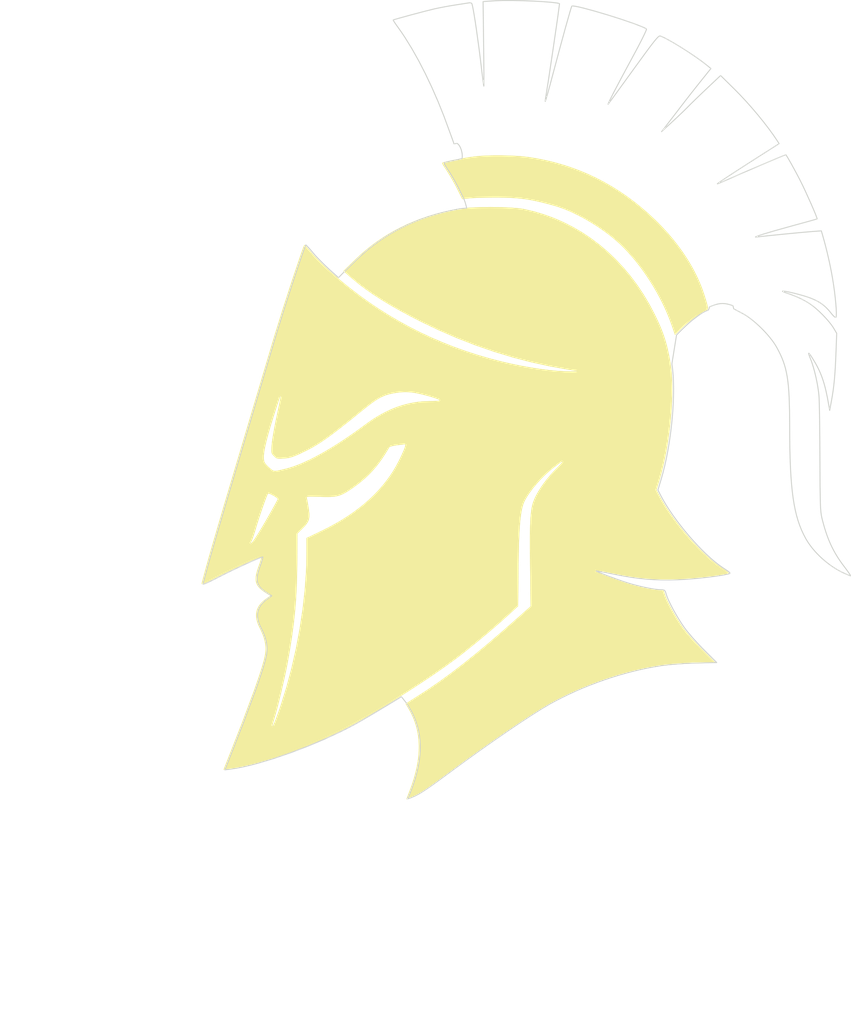
<source format=kicad_pcb>
(kicad_pcb (version 20241229) (generator "pcbnew") (generator_version "9.0")
  (layers (0 "F.Cu" signal) (2 "B.Cu" signal) (13 "F.Paste" user) (15 "B.Paste" user) (5 "F.SilkS" user "F.Silkscreen") (7 "B.SilkS" user "B.Silkscreen") (1 "F.Mask" user) (3 "B.Mask" user) (25 "Edge.Cuts" user))
  (net 0 "")
  (footprint "Spartanpods:Untitled" (layer "F.Cu") (at 99.568 148.3868)
    (property "Reference" "REF**" (hide yes))
    (property "Value" "Untitled" (hide yes))
    (fp_poly (pts (xy 49.366004 -99.962237) (xy 50.421621 -99.939788) (xy 51.490959 -99.898941) (xy 52.488352 -99.843681) (xy 53.32813 -99.777991) (xy 53.924625 -99.705855) (xy 54.104871 -99.668614) (xy 54.192169 -99.631257) (xy 53.999792 -98.184022) (xy 53.533772 -94.984635) (xy 53.036378 -91.670967) (xy 52.749878 -89.88089) (xy 52.737294 -89.816165) (xy 52.727709 -89.757935) (xy 52.721175 -89.707323) (xy 52.717747 -89.665448) (xy 52.717215 -89.648137) (xy 52.717479 -89.63343) (xy 52.718547 -89.621468) (xy 52.720425 -89.61239) (xy 52.723121 -89.606338) (xy 52.724777 -89.604489) (xy 52.72664 -89.603449) (xy 52.72871 -89.603236) (xy 52.730989 -89.603866) (xy 52.736176 -89.607727) (xy 52.745472 -89.627455) (xy 52.761846 -89.674437) (xy 52.814236 -89.844448) (xy 52.986458 -90.448655) (xy 53.227402 -91.328916) (xy 53.511627 -92.393799) (xy 54.187699 -94.923322) (xy 54.797508 -97.149807) (xy 55.250042 -98.745764) (xy 55.388888 -99.204952) (xy 55.454285 -99.383698) (xy 55.494956 -99.398365) (xy 55.572493 -99.399982) (xy 55.828552 -99.367012) (xy 56.203244 -99.290678) (xy 56.677349 -99.176872) (xy 57.846917 -98.860406) (xy 59.183499 -98.464741) (xy 60.533337 -98.037006) (xy 61.742675 -97.624328) (xy 62.657754 -97.273834) (xy 62.956897 -97.136635) (xy 63.124817 -97.032654) (xy 63.127719 -97.025014) (xy 63.126919 -97.010724) (xy 63.114553 -96.962879) (xy 63.088398 -96.890501) (xy 63.049132 -96.794965) (xy 62.933977 -96.53994) (xy 62.774513 -96.208832) (xy 62.576166 -95.812671) (xy 62.344359 -95.362483) (xy 62.084516 -94.869299) (xy 61.802063 -94.344147) (xy 60.611636 -92.136074) (xy 59.749306 -90.501809) (xy 59.264299 -89.536324) (xy 59.178675 -89.334054) (xy 59.177774 -89.308231) (xy 59.205841 -89.334595) (xy 59.469255 -89.689018) (xy 60.055947 -90.492505) (xy 61.851837 -92.969574) (xy 63.123508 -94.715318) (xy 63.567598 -95.309269) (xy 63.905983 -95.744893) (xy 64.155256 -96.042902) (xy 64.25166 -96.146775) (xy 64.33201 -96.224012) (xy 64.398377 -96.277203) (xy 64.452837 -96.308937) (xy 64.497464 -96.321803) (xy 64.534333 -96.31839) (xy 64.697067 -96.25693) (xy 64.902561 -96.163372) (xy 65.145481 -96.04105) (xy 65.420497 -95.893295) (xy 66.045486 -95.534823) (xy 66.734871 -95.114621) (xy 67.445997 -94.659352) (xy 68.136209 -94.195682) (xy 68.76285 -93.750274) (xy 69.039001 -93.542751) (xy 69.283264 -93.349793) (xy 69.743836 -92.974549) (xy 68.678101 -91.64621) (xy 68.191901 -91.035606) (xy 67.655911 -90.35503) (xy 67.135204 -89.687507) (xy 66.694855 -89.116059) (xy 65.885048 -88.058644) (xy 65.226532 -87.204041) (xy 64.675751 -86.493866) (xy 65.76593 -87.495606) (xy 66.232322 -87.929076) (xy 66.696327 -88.368786) (xy 67.104245 -88.763355) (xy 67.402374 -89.061402) (xy 67.540593 -89.201592) (xy 67.724605 -89.384339) (xy 68.198147 -89.846646) (xy 68.759276 -90.386606) (xy 69.344269 -90.942505) (xy 70.739868 -92.259522) (xy 72.114777 -90.906281) (xy 72.72015 -90.291995) (xy 73.33676 -89.631587) (xy 73.951995 -88.940234) (xy 74.553242 -88.233109) (xy 75.127888 -87.525389) (xy 75.663322 -86.83225) (xy 76.146931 -86.168867) (xy 76.566101 -85.550415) (xy 76.752564 -85.262543) (xy 74.699677 -83.954651) (xy 72.911325 -82.809671) (xy 71.559891 -81.932583) (xy 70.705177 -81.362603) (xy 70.482777 -81.205034) (xy 70.406983 -81.138947) (xy 70.407947 -81.137354) (xy 70.410809 -81.13665) (xy 70.422035 -81.137829) (xy 70.440284 -81.142334) (xy 70.465176 -81.150011) (xy 70.496335 -81.16071) (xy 70.533381 -81.17428) (xy 70.623623 -81.209423) (xy 70.732878 -81.25423) (xy 70.858122 -81.307488) (xy 70.996327 -81.367985) (xy 71.14447 -81.43451) (xy 72.737744 -82.136684) (xy 74.831902 -83.037041) (xy 76.658577 -83.808046) (xy 77.231494 -84.042686) (xy 77.449402 -84.122162) (xy 77.547639 -83.971344) (xy 77.688148 -83.737334) (xy 77.861614 -83.436855) (xy 78.058724 -83.086628) (xy 78.270165 -82.703375) (xy 78.486623 -82.303818) (xy 78.698786 -81.904677) (xy 78.897339 -81.522675) (xy 79.152853 -81.007441) (xy 79.441398 -80.398517) (xy 80.03093 -79.096466) (xy 80.288591 -78.501772) (xy 80.492631 -78.010251) (xy 80.621388 -77.671122) (xy 80.650766 -77.574084) (xy 80.653198 -77.5336) (xy 80.596854 -77.514759) (xy 80.447304 -77.470866) (xy 79.909413 -77.319294) (xy 79.121176 -77.101627) (xy 78.164246 -76.840607) (xy 76.369788 -76.341575) (xy 75.074513 -75.956837) (xy 74.65063 -75.818785) (xy 74.395416 -75.723053) (xy 74.33563 -75.692489) (xy 74.323496 -75.674224) (xy 74.360841 -75.66883) (xy 74.449494 -75.67688) (xy 75.53423 -75.798278) (xy 77.212258 -75.969014) (xy 78.91941 -76.133255) (xy 80.091522 -76.235169) (xy 81.090119 -76.307862) (xy 81.259155 -75.719513) (xy 81.408661 -75.183996) (xy 81.552622 -74.637863) (xy 81.690307 -74.084326) (xy 81.820988 -73.526593) (xy 81.943934 -72.967874) (xy 82.058415 -72.41138) (xy 82.163702 -71.860319) (xy 82.259064 -71.317902) (xy 82.359215 -70.67788) (xy 82.447135 -70.031772) (xy 82.520639 -69.40478) (xy 82.577542 -68.822106) (xy 82.615657 -68.308952) (xy 82.632801 -67.89052) (xy 82.626786 -67.592012) (xy 82.614412 -67.495605) (xy 82.595429 -67.43863) (xy 82.59073 -67.432413) (xy 82.585176 -67.427557) (xy 82.578783 -67.424047) (xy 82.571567 -67.421871) (xy 82.563545 -67.421015) (xy 82.554732 -67.421465) (xy 82.545146 -67.423207) (xy 82.534801 -67.42623) (xy 82.523714 -67.430519) (xy 82.511902 -67.43606) (xy 82.49938 -67.442841) (xy 82.486165 -67.450848) (xy 82.472273 -67.460067) (xy 82.45772 -67.470485) (xy 82.442523 -67.482089) (xy 82.426697 -67.494866) (xy 82.393225 -67.523882) (xy 82.357433 -67.557426) (xy 82.319451 -67.595392) (xy 82.279409 -67.637671) (xy 82.237436 -67.684156) (xy 82.193661 -67.734741) (xy 82.148215 -67.789318) (xy 82.101227 -67.847779) (xy 81.984543 -67.991965) (xy 81.869183 -68.12735) (xy 81.754386 -68.25449) (xy 81.639391 -68.373942) (xy 81.523437 -68.486264) (xy 81.405762 -68.592012) (xy 81.285607 -68.691745) (xy 81.162209 -68.786019) (xy 81.034808 -68.875391) (xy 80.902642 -68.960419) (xy 80.764951 -69.041659) (xy 80.620974 -69.119669) (xy 80.469949 -69.195007) (xy 80.311116 -69.268228) (xy 80.143713 -69.339892) (xy 79.96698 -69.410553) (xy 79.616558 -69.53391) (xy 79.192254 -69.664576) (xy 78.72982 -69.793809) (xy 78.265007 -69.912865) (xy 77.833568 -70.013001) (xy 77.471256 -70.085474) (xy 77.327194 -70.108605) (xy 77.213821 -70.121541) (xy 77.135605 -70.12319) (xy 77.111078 -70.119439) (xy 77.097016 -70.112458) (xy 77.095753 -70.110187) (xy 77.096009 -70.107454) (xy 77.09775 -70.104273) (xy 77.10094 -70.100658) (xy 77.105546 -70.096625) (xy 77.111533 -70.092188) (xy 77.127508 -70.082161) (xy 77.14859 -70.070694) (xy 77.174501 -70.057906) (xy 77.204964 -70.043914) (xy 77.2397 -70.028836) (xy 77.278434 -70.012788) (xy 77.320887 -69.99589) (xy 77.366782 -69.978258) (xy 77.415842 -69.96001) (xy 77.46779 -69.941263) (xy 77.522347 -69.922136) (xy 77.579238 -69.902745) (xy 77.638184 -69.88321) (xy 78.014129 -69.753044) (xy 78.378164 -69.612292) (xy 78.728612 -69.461793) (xy 79.063793 -69.302388) (xy 79.382031 -69.134915) (xy 79.534271 -69.048417) (xy 79.681645 -68.960216) (xy 79.823944 -68.87042) (xy 79.960959 -68.779131) (xy 80.092478 -68.686456) (xy 80.218292 -68.592499) (xy 80.369314 -68.472847) (xy 80.523717 -68.343937) (xy 80.680321 -68.207031) (xy 80.837949 -68.063392) (xy 80.995422 -67.914283) (xy 81.151563 -67.760969) (xy 81.305194 -67.604711) (xy 81.455136 -67.446774) (xy 81.60021 -67.28842) (xy 81.73924 -67.130913) (xy 81.871046 -66.975515) (xy 81.994451 -66.82349) (xy 82.108277 -66.676101) (xy 82.211344 -66.534612) (xy 82.302476 -66.400285) (xy 82.380493 -66.274384) (xy 82.668671 -65.782654) (xy 82.593659 -63.792206) (xy 82.559663 -62.981554) (xy 82.521328 -62.253123) (xy 82.47738 -61.593387) (xy 82.426544 -60.988823) (xy 82.36755 -60.425908) (xy 82.299122 -59.891116) (xy 82.219989 -59.370923) (xy 82.128876 -58.851807) (xy 81.945557 -57.8685) (xy 81.852661 -58.414795) (xy 81.714959 -59.172326) (xy 81.571854 -59.848289) (xy 81.496866 -60.159932) (xy 81.418834 -60.456284) (xy 81.337195 -60.739043) (xy 81.251385 -61.009911) (xy 81.16084 -61.270587) (xy 81.064995 -61.522772) (xy 80.963286 -61.768165) (xy 80.85515 -62.008466) (xy 80.740022 -62.245376) (xy 80.617338 -62.480595) (xy 80.486534 -62.715823) (xy 80.347046 -62.952759) (xy 80.147378 -63.277202) (xy 80.06413 -63.407413) (xy 79.991909 -63.516303) (xy 79.930689 -63.603886) (xy 79.880447 -63.670174) (xy 79.84116 -63.715182) (xy 79.825616 -63.72971) (xy 79.812802 -63.738923) (xy 79.802714 -63.742822) (xy 79.795349 -63.74141) (xy 79.790706 -63.734689) (xy 79.788779 -63.722659) (xy 79.789567 -63.705322) (xy 79.793067 -63.682681) (xy 79.808188 -63.621492) (xy 79.834119 -63.539104) (xy 79.870837 -63.435531) (xy 79.918315 -63.310788) (xy 79.976532 -63.164887) (xy 80.050086 -62.975179) (xy 80.123086 -62.770015) (xy 80.265723 -62.320811) (xy 80.401039 -61.832265) (xy 80.525631 -61.319367) (xy 80.636094 -60.797108) (xy 80.729023 -60.280478) (xy 80.801014 -59.784467) (xy 80.828094 -59.548879) (xy 80.848664 -59.324067) (xy 80.865039 -59.010191) (xy 80.880902 -58.506146) (xy 80.909527 -57.03209) (xy 80.931417 -55.110981) (xy 80.943451 -52.951905) (xy 80.957619 -50.129404) (xy 80.988362 -48.399498) (xy 81.013511 -47.836146) (xy 81.047079 -47.416194) (xy 81.090491 -47.096394) (xy 81.145172 -46.833497) (xy 81.243276 -46.445999) (xy 81.344526 -46.074608) (xy 81.449473 -45.718116) (xy 81.55867 -45.375314) (xy 81.672667 -45.044993) (xy 81.792017 -44.725945) (xy 81.917269 -44.416961) (xy 82.048977 -44.116833) (xy 82.187691 -43.824352) (xy 82.333963 -43.53831) (xy 82.488344 -43.257498) (xy 82.651385 -42.980707) (xy 82.823638 -42.706729) (xy 83.005655 -42.434356) (xy 83.197987 -42.162378) (xy 83.401184 -41.889588) (xy 83.554463 -41.686709) (xy 83.694242 -41.497699) (xy 83.817693 -41.326673) (xy 83.921986 -41.177742) (xy 84.00429 -41.055022) (xy 84.061776 -40.962625) (xy 84.080328 -40.929083) (xy 84.091614 -40.904665) (xy 84.09528 -40.889884) (xy 84.094145 -40.886268) (xy 84.090973 -40.885254) (xy 84.079647 -40.887193) (xy 84.062698 -40.891792) (xy 84.013291 -40.908411) (xy 83.945482 -40.933981) (xy 83.862 -40.967373) (xy 83.765575 -41.007459) (xy 83.658936 -41.053109) (xy 83.544812 -41.103194) (xy 83.425934 -41.156586) (xy 83.130304 -41.299067) (xy 82.836021 -41.456995) (xy 82.544199 -41.629362) (xy 82.255951 -41.815161) (xy 81.97239 -42.013384) (xy 81.694631 -42.223024) (xy 81.423786 -42.443075) (xy 81.160969 -42.672528) (xy 80.907293 -42.910376) (xy 80.663872 -43.155612) (xy 80.43182 -43.407229) (xy 80.212249 -43.66422) (xy 80.006272 -43.925576) (xy 79.815005 -44.190292) (xy 79.639559 -44.457358) (xy 79.481049 -44.725769) (xy 79.256961 -45.15265) (xy 79.052176 -45.596218) (xy 78.866023 -46.061144) (xy 78.697829 -46.552102) (xy 78.546925 -47.073766) (xy 78.412638 -47.630807) (xy 78.294297 -48.227898) (xy 78.191231 -48.869713) (xy 78.102768 -49.560924) (xy 78.028237 -50.306205) (xy 77.966967 -51.110227) (xy 77.918287 -51.977664) (xy 77.881524 -52.913189) (xy 77.856007 -53.921475) (xy 77.841066 -55.007194) (xy 77.836029 -56.175019) (xy 77.823789 -57.828713) (xy 77.782627 -59.207475) (xy 77.748765 -59.808616) (xy 77.704752 -60.358856) (xy 77.649612 -60.864138) (xy 77.582371 -61.330407) (xy 77.502056 -61.763605) (xy 77.407692 -62.169678) (xy 77.298306 -62.554568) (xy 77.172923 -62.924221) (xy 77.030569 -63.284578) (xy 76.870271 -63.641586) (xy 76.691054 -64.001186) (xy 76.491944 -64.369324) (xy 76.353875 -64.60063) (xy 76.194344 -64.840378) (xy 76.015614 -65.086339) (xy 75.819946 -65.336284) (xy 75.609604 -65.587983) (xy 75.38685 -65.839209) (xy 75.153948 -66.08773) (xy 74.913159 -66.331318) (xy 74.666746 -66.567745) (xy 74.416972 -66.794779) (xy 74.1661 -67.010193) (xy 73.916392 -67.211758) (xy 73.670111 -67.397243) (xy 73.42952 -67.564419) (xy 73.196881 -67.711059) (xy 72.974457 -67.834931) (xy 72.094544 -68.300538) (xy 72.006836 -68.619568) (xy 71.830644 -68.683743) (xy 71.662601 -68.736935) (xy 71.501675 -68.779431) (xy 71.346833 -68.811521) (xy 71.197041 -68.833493) (xy 71.051268 -68.845637) (xy 70.908481 -68.84824) (xy 70.767647 -68.841591) (xy 70.627734 -68.82598) (xy 70.487708 -68.801694) (xy 70.346538 -68.769023) (xy 70.20319 -68.728256) (xy 70.056632 -68.67968) (xy 69.905832 -68.623585) (xy 69.749756 -68.560259) (xy 69.587372 -68.489991) (xy 69.586127 -68.47842) (xy 69.581703 -68.447273) (xy 69.577976 -68.42603) (xy 69.573067 -68.401899) (xy 69.566846 -68.37555) (xy 69.559185 -68.347649) (xy 69.549955 -68.318867) (xy 69.539025 -68.289871) (xy 69.526268 -68.261331) (xy 69.519163 -68.247441) (xy 69.511553 -68.233915) (xy 69.503422 -68.220837) (xy 69.494753 -68.208291) (xy 69.48553 -68.196361) (xy 69.475737 -68.18513) (xy 69.465358 -68.174681) (xy 69.454376 -68.165098) (xy 69.442777 -68.156465) (xy 69.430542 -68.148865) (xy 69.332918 -68.115783) (xy 69.237102 -68.078064) (xy 69.14297 -68.036093) (xy 69.050402 -67.990251) (xy 68.959276 -67.940925) (xy 68.869469 -67.888496) (xy 68.780859 -67.833349) (xy 68.693325 -67.775868) (xy 68.520997 -67.655436) (xy 68.351509 -67.530271) (xy 68.017151 -67.278016) (xy 67.934894 -67.215834) (xy 67.853689 -67.152325) (xy 67.694111 -67.021757) (xy 67.53777 -66.887161) (xy 67.384022 -66.74939) (xy 67.232221 -66.609296) (xy 67.081721 -66.467731) (xy 66.782044 -66.183594) (xy 66.701632 -66.106265) (xy 66.611021 -66.016887) (xy 66.424992 -65.829552) (xy 66.214264 -65.613526) (xy 65.736328 -62.656403) (xy 65.812501 -62.080955) (xy 65.866711 -61.454391) (xy 65.899508 -60.782896) (xy 65.911438 -60.072652) (xy 65.903048 -59.329845) (xy 65.874888 -58.560658) (xy 65.827502 -57.771275) (xy 65.761441 -56.967881) (xy 65.677249 -56.156658) (xy 65.575477 -55.343792) (xy 65.456669 -54.535466) (xy 65.321376 -53.737865) (xy 65.170142 -52.957172) (xy 65.003517 -52.199571) (xy 64.822048 -51.471246) (xy 64.626282 -50.778382) (xy 64.30072 -49.697449) (xy 64.558289 -49.194153) (xy 64.824156 -48.702008) (xy 65.126216 -48.191829) (xy 65.460515 -47.668233) (xy 65.823101 -47.135834) (xy 66.210021 -46.599247) (xy 66.617322 -46.063089) (xy 67.041053 -45.531974) (xy 67.477261 -45.010518) (xy 67.921992 -44.503335) (xy 68.371295 -44.015042) (xy 68.821217 -43.550254) (xy 69.267806 -43.113585) (xy 69.707108 -42.709652) (xy 70.135172 -42.34307) (xy 70.548044 -42.018453) (xy 70.941773 -41.740418) (xy 71.224519 -41.55244) (xy 71.435226 -41.408266) (xy 71.515471 -41.350444) (xy 71.579996 -41.300978) (xy 71.629562 -41.259005) (xy 71.664932 -41.22366) (xy 71.677533 -41.208203) (xy 71.686871 -41.194078) (xy 71.693041 -41.181178) (xy 71.696139 -41.169394) (xy 71.696261 -41.158619) (xy 71.693501 -41.148745) (xy 71.687955 -41.139663) (xy 71.679719 -41.131265) (xy 71.655556 -41.116089) (xy 71.621776 -41.102354) (xy 71.57914 -41.089194) (xy 71.528412 -41.075745) (xy 71.113289 -40.987047) (xy 70.56312 -40.8948) (xy 69.911541 -40.802836) (xy 69.192188 -40.714985) (xy 68.4387 -40.635078) (xy 67.684712 -40.566945) (xy 66.963861 -40.514417) (xy 66.309784 -40.481324) (xy 65.469622 -40.461179) (xy 64.668448 -40.464297) (xy 63.891464 -40.491966) (xy 63.123871 -40.545475) (xy 62.350871 -40.626114) (xy 61.557665 -40.735172) (xy 60.729454 -40.873938) (xy 59.851441 -41.043702) (xy 59.13675 -41.186558) (xy 58.546231 -41.298287) (xy 58.141191 -41.36773) (xy 58.027386 -41.383107) (xy 57.982941 -41.383728) (xy 57.984613 -41.375196) (xy 58.000997 -41.361677) (xy 58.074817 -41.320833) (xy 58.365031 -41.191995) (xy 58.804155 -41.015683) (xy 59.342758 -40.810364) (xy 59.931413 -40.594505) (xy 60.520688 -40.386573) (xy 61.061156 -40.205036) (xy 61.503388 -40.06836) (xy 61.958242 -39.943411) (xy 62.416449 -39.827981) (xy 62.866803 -39.724272) (xy 63.2981 -39.634484) (xy 63.699134 -39.560817) (xy 64.0587 -39.505474) (xy 64.365595 -39.470653) (xy 64.608612 -39.458558) (xy 64.677322 -39.458173) (xy 64.738283 -39.456638) (xy 64.79217 -39.453381) (xy 64.839654 -39.447831) (xy 64.861205 -39.444017) (xy 64.881408 -39.439415) (xy 64.900346 -39.433954) (xy 64.918104 -39.427562) (xy 64.934765 -39.420168) (xy 64.950414 -39.4117) (xy 64.965135 -39.402088) (xy 64.979012 -39.391259) (xy 64.992128 -39.379141) (xy 65.004569 -39.365665) (xy 65.016417 -39.350757) (xy 65.027757 -39.334347) (xy 65.038674 -39.316364) (xy 65.049251 -39.296735) (xy 65.059571 -39.275389) (xy 65.06972 -39.252255) (xy 65.089839 -39.200336) (xy 65.11028 -39.140408) (xy 65.131715 -39.071897) (xy 65.154816 -38.994233) (xy 65.201957 -38.849774) (xy 65.264157 -38.685429) (xy 65.340191 -38.503448) (xy 65.428829 -38.30608) (xy 65.639015 -37.874191) (xy 65.884896 -37.407769) (xy 66.156654 -36.924818) (xy 66.444473 -36.443345) (xy 66.738535 -35.981355) (xy 66.884839 -35.763293) (xy 67.029022 -35.556855) (xy 67.193864 -35.336979) (xy 67.400073 -35.079675) (xy 67.639389 -34.794306) (xy 67.903549 -34.490235) (xy 68.184292 -34.176825) (xy 68.473355 -33.863441) (xy 68.762477 -33.559445) (xy 69.043396 -33.274201) (xy 70.345062 -31.980347) (xy 68.176911 -31.943329) (xy 67.705527 -31.925531) (xy 67.217496 -31.900891) (xy 66.239109 -31.834835) (xy 65.772564 -31.795294) (xy 65.336992 -31.752661) (xy 64.944297 -31.707872) (xy 64.606385 -31.661866) (xy 63.889574 -31.543918) (xy 63.163887 -31.405496) (xy 62.431195 -31.247248) (xy 61.693369 -31.069823) (xy 60.95228 -30.87387) (xy 60.2098 -30.660036) (xy 59.467801 -30.428972) (xy 58.728153 -30.181324) (xy 57.992729 -29.917743) (xy 57.263399 -29.638876) (xy 56.542036 -29.345372) (xy 55.83051 -29.03788) (xy 55.130693 -28.717048) (xy 54.444456 -28.383525) (xy 53.773671 -28.03796) (xy 53.120209 -27.681) (xy 52.293758 -27.191652) (xy 51.266538 -26.543564) (xy 50.074896 -25.761573) (xy 48.755181 -24.870518) (xy 47.343737 -23.895236) (xy 45.876914 -22.860564) (xy 44.391058 -21.791341) (xy 42.922516 -20.712403) (xy 41.628728 -19.7609) (xy 41.116069 -19.39295) (xy 40.679066 -19.087357) (xy 40.307341 -18.836987) (xy 39.990518 -18.634708) (xy 39.718221 -18.473385) (xy 39.480072 -18.345887) (xy 39.310006 -18.263346) (xy 39.143725 -18.188125) (xy 38.987101 -18.122229) (xy 38.846005 -18.067662) (xy 38.726307 -18.026429) (xy 38.676318 -18.011439) (xy 38.63388 -18.000534) (xy 38.599728 -17.993965) (xy 38.574595 -17.991982) (xy 38.559215 -17.994836) (xy 38.555411 -17.998155) (xy 38.554322 -18.002778) (xy 38.584001 -18.049382) (xy 38.611125 -18.09345) (xy 38.636081 -18.135698) (xy 38.65926 -18.176841) (xy 38.681048 -18.217595) (xy 38.701837 -18.258674) (xy 38.722015 -18.300795) (xy 38.74197 -18.344674) (xy 38.782771 -18.440564) (xy 38.827353 -18.552068) (xy 38.940308 -18.844819) (xy 39.166908 -19.466311) (xy 39.362333 -20.073129) (xy 39.526578 -20.665646) (xy 39.659639 -21.24424) (xy 39.761508 -21.809285) (xy 39.832182 -22.361156) (xy 39.871655 -22.900231) (xy 39.879921 -23.426884) (xy 39.856976 -23.941491) (xy 39.802814 -24.444428) (xy 39.71743 -24.93607) (xy 39.600818 -25.416793) (xy 39.452973 -25.886972) (xy 39.273891 -26.346984) (xy 39.063565 -26.797204) (xy 38.821991 -27.238007) (xy 38.519379 -27.75113) (xy 37.949036 -28.475678) (xy 36.132183 -27.374012) (xy 34.587129 -26.453528) (xy 33.867199 -26.034048) (xy 33.263001 -25.692475) (xy 32.514866 -25.292991) (xy 31.727377 -24.896491) (xy 30.061624 -24.122305) (xy 28.320306 -23.38964) (xy 26.557991 -22.71822) (xy 24.829244 -22.127769) (xy 23.188632 -21.638009) (xy 22.418428 -21.437052) (xy 21.690721 -21.268665) (xy 21.01233 -21.135312) (xy 20.390076 -21.03946) (xy 19.812317 -20.964966) (xy 20.046814 -21.553193) (xy 21.718663 -25.815559) (xy 22.945252 -29.100026) (xy 23.393846 -30.381872) (xy 23.733852 -31.426833) (xy 23.966179 -32.23744) (xy 24.091736 -32.816224) (xy 24.113925 -32.979994) (xy 24.128919 -33.142161) (xy 24.136602 -33.303271) (xy 24.136861 -33.463869) (xy 24.129581 -33.624502) (xy 24.114648 -33.785716) (xy 24.091948 -33.948057) (xy 24.061367 -34.112072) (xy 24.022791 -34.278307) (xy 23.976105 -34.447308) (xy 23.921194 -34.619621) (xy 23.857946 -34.795793) (xy 23.786245 -34.976369) (xy 23.705978 -35.161896) (xy 23.61703 -35.35292) (xy 23.519287 -35.549988) (xy 23.409706 -35.781304) (xy 23.320305 -36.006249) (xy 23.251105 -36.224911) (xy 23.224086 -36.331913) (xy 23.202125 -36.437377) (xy 23.185224 -36.541314) (xy 23.173386 -36.643735) (xy 23.166612 -36.744651) (xy 23.164906 -36.844071) (xy 23.16827 -36.942009) (xy 23.176706 -37.038473) (xy 23.190217 -37.133476) (xy 23.208805 -37.227028) (xy 23.232474 -37.31914) (xy 23.261224 -37.409823) (xy 23.295059 -37.499088) (xy 23.333982 -37.586945) (xy 23.377995 -37.673406) (xy 23.427099 -37.758482) (xy 23.481298 -37.842183) (xy 23.540595 -37.92452) (xy 23.604991 -38.005504) (xy 23.674489 -38.085147) (xy 23.749092 -38.163458) (xy 23.828802 -38.24045) (xy 24.003552 -38.390515) (xy 24.198761 -38.535431) (xy 24.626038 -38.831543) (xy 24.160523 -39.12677) (xy 23.959389 -39.259825) (xy 23.867381 -39.325309) (xy 23.781004 -39.390373) (xy 23.700204 -39.455223) (xy 23.624926 -39.520064) (xy 23.555115 -39.585103) (xy 23.490716 -39.650546) (xy 23.431673 -39.716599) (xy 23.377931 -39.783468) (xy 23.329436 -39.851359) (xy 23.286133 -39.920478) (xy 23.247965 -39.991032) (xy 23.214879 -40.063226) (xy 23.18682 -40.137267) (xy 23.163731 -40.21336) (xy 23.145558 -40.291712) (xy 23.132246 -40.372529) (xy 23.123741 -40.456016) (xy 23.119986 -40.542381) (xy 23.120926 -40.631829) (xy 23.126508 -40.724565) (xy 23.136675 -40.820797) (xy 23.151373 -40.92073) (xy 23.170546 -41.024571) (xy 23.194139 -41.132525) (xy 23.222098 -41.244799) (xy 23.254368 -41.361598) (xy 23.331617 -41.609598) (xy 23.425446 -41.878174) (xy 23.490198 -42.059128) (xy 23.548782 -42.229767) (xy 23.600047 -42.386228) (xy 23.642842 -42.524643) (xy 23.676013 -42.641149) (xy 23.698409 -42.731881) (xy 23.708878 -42.792972) (xy 23.70928 -42.811194) (xy 23.706269 -42.820557) (xy 23.691416 -42.823461) (xy 23.66106 -42.818663) (xy 23.556689 -42.78726) (xy 23.193262 -42.646341) (xy 22.661593 -42.418621) (xy 22.007286 -42.12492) (xy 21.275946 -41.78606) (xy 20.513178 -41.42286) (xy 19.764586 -41.056142) (xy 19.075775 -40.706726) (xy 18.683341 -40.50536) (xy 18.355368 -40.341963) (xy 18.08872 -40.215245) (xy 17.880264 -40.123921) (xy 17.796879 -40.091128) (xy 17.726866 -40.066701) (xy 17.669834 -40.050478) (xy 17.625391 -40.042298) (xy 17.593145 -40.042001) (xy 17.572705 -40.049425) (xy 17.56679 -40.055982) (xy 17.563679 -40.064409) (xy 17.565674 -40.086792) (xy 17.733383 -40.70335) (xy 18.060486 -41.916993) (xy 18.343 -42.928344) (xy 18.786537 -44.470536) (xy 19.913452 -48.308564) (xy 25.022217 -65.461976) (xy 25.898171 -68.276481) (xy 26.897862 -71.3568) (xy 27.735784 -73.838737) (xy 28.004862 -74.585251) (xy 28.126435 -74.858094) (xy 28.131291 -74.857033) (xy 28.137824 -74.853885) (xy 28.155725 -74.841535) (xy 28.179754 -74.821461) (xy 28.209527 -74.794078) (xy 28.24466 -74.759802) (xy 28.28477 -74.71905) (xy 28.329473 -74.672236) (xy 28.378384 -74.619778) (xy 28.487297 -74.499591) (xy 28.608438 -74.361816) (xy 28.738737 -74.209782) (xy 28.875122 -74.046814) (xy 29.036109 -73.860437) (xy 29.236917 -73.641308) (xy 29.46953 -73.397459) (xy 29.725933 -73.136921) (xy 29.99811 -72.867728) (xy 30.278046 -72.597911) (xy 30.557725 -72.335501) (xy 30.829132 -72.088532) (xy 31.485779 -71.505707) (xy 32.132996 -72.167298) (xy 33.379669 -73.379761) (xy 33.900918 -73.867181) (xy 34.440157 -74.333111) (xy 34.997155 -74.777434) (xy 35.571677 -75.200035) (xy 36.163492 -75.600796) (xy 36.772364 -75.979604) (xy 37.398062 -76.336341) (xy 38.040352 -76.670891) (xy 38.699 -76.983139) (xy 39.373774 -77.272969) (xy 40.06444 -77.540264) (xy 40.770765 -77.78491) (xy 41.492515 -78.006789) (xy 42.229457 -78.205785) (xy 42.981359 -78.381784) (xy 43.747986 -78.534668) (xy 43.842502 -78.551016) (xy 43.943046 -78.566689) (xy 44.049357 -78.581688) (xy 44.161175 -78.596013) (xy 44.278238 -78.609663) (xy 44.400286 -78.622641) (xy 44.658295 -78.646576) (xy 44.645783 -78.678772) (xy 44.621583 -78.78077) (xy 44.593797 -78.8911) (xy 44.557743 -79.025727) (xy 44.515065 -79.173205) (xy 44.491755 -79.248187) (xy 44.467405 -79.322091) (xy 44.44222 -79.393485) (xy 44.416405 -79.46094) (xy 44.390166 -79.523025) (xy 44.363709 -79.578308) (xy 43.826386 -80.695008) (xy 43.410736 -81.464325) (xy 43.111328 -81.973744) (xy 42.996392 -82.164428) (xy 42.891092 -82.33443) (xy 42.808263 -82.460741) (xy 42.779287 -82.500324) (xy 42.760742 -82.520356) (xy 42.658646 -82.677925) (xy 42.583274 -82.798392) (xy 42.503933 -82.929146) (xy 42.429809 -83.057059) (xy 42.397574 -83.115848) (xy 42.370088 -83.169004) (xy 42.348499 -83.214886) (xy 42.333956 -83.251854) (xy 42.329685 -83.266481) (xy 42.327606 -83.278265) (xy 42.327862 -83.287) (xy 42.330597 -83.292481) (xy 42.357902 -83.305712) (xy 42.414705 -83.323946) (xy 42.599553 -83.372192) (xy 42.850634 -83.430753) (xy 43.133442 -83.493164) (xy 43.891815 -83.652008) (xy 43.887818 -83.667694) (xy 44.15857 -83.711487) (xy 44.170772 -83.744283) (xy 44.180954 -83.780794) (xy 44.195349 -83.863905) (xy 44.201939 -83.958708) (xy 44.200912 -84.063091) (xy 44.192452 -84.174943) (xy 44.176747 -84.292152) (xy 44.153983 -84.412605) (xy 44.124344 -84.534192) (xy 44.088018 -84.654799) (xy 44.04519 -84.772316) (xy 43.996047 -84.884631) (xy 43.940774 -84.989631) (xy 43.879558 -85.085205) (xy 43.846779 -85.128797) (xy 43.812584 -85.16924) (xy 43.776997 -85.206272) (xy 43.74004 -85.239627) (xy 43.701736 -85.269041) (xy 43.66211 -85.294251) (xy 43.350739 -85.238251) (xy 43.222321 -85.618287) (xy 42.874878 -86.566132) (xy 42.311144 -88.098425) (xy 41.706673 -89.600321) (xy 41.068436 -91.057747) (xy 40.403404 -92.456631) (xy 39.718549 -93.782901) (xy 39.02084 -95.022485) (xy 38.317249 -96.16131) (xy 37.965426 -96.68854) (xy 37.614746 -97.185303) (xy 37.506008 -97.336306) (xy 37.405905 -97.478225) (xy 37.316532 -97.607881) (xy 37.239987 -97.722092) (xy 37.178363 -97.817678) (xy 37.133755 -97.891458) (xy 37.108261 -97.940251) (xy 37.103335 -97.954284) (xy 37.102943 -97.958535) (xy 37.103974 -97.960877) (xy 37.270692 -98.017845) (xy 37.672876 -98.134711) (xy 38.92033 -98.477288) (xy 40.31971 -98.846907) (xy 41.344391 -99.101868) (xy 41.795505 -99.19783) (xy 42.337273 -99.303082) (xy 42.901574 -99.404872) (xy 43.420288 -99.490448) (xy 44.861847 -99.714356) (xy 44.900038 -99.719716) (xy 44.935685 -99.723327) (xy 44.968863 -99.725158) (xy 44.999646 -99.72518) (xy 45.028109 -99.723362) (xy 45.054326 -99.719676) (xy 45.078373 -99.714091) (xy 45.089605 -99.710577) (xy 45.100323 -99.706578) (xy 45.110535 -99.702089) (xy 45.120252 -99.697107) (xy 45.129481 -99.691627) (xy 45.138233 -99.685648) (xy 45.146517 -99.679163) (xy 45.154342 -99.672171) (xy 45.161718 -99.664667) (xy 45.168653 -99.656648) (xy 45.175158 -99.648109) (xy 45.181241 -99.639047) (xy 45.192181 -99.61934) (xy 45.201546 -99.597496) (xy 45.209412 -99.573487) (xy 45.291375 -99.211928) (xy 45.396227 -98.635519) (xy 45.518615 -97.881049) (xy 45.653183 -96.985306) (xy 45.937445 -94.917155) (xy 46.076429 -93.818323) (xy 46.206177 -92.725373) (xy 46.276646 -92.130266) (xy 46.33947 -91.637822) (xy 46.387795 -91.299214) (xy 46.404377 -91.203592) (xy 46.414765 -91.165619) (xy 46.420465 -91.247805) (xy 46.423599 -91.496559) (xy 46.42257 -92.422772) (xy 46.412464 -93.802257) (xy 46.394074 -95.493012) (xy 46.339386 -99.854401) (xy 47.638611 -99.936005) (xy 48.409778 -99.962304)) (stroke (width 0.1)) (fill no) (layer "Edge.Cuts"))
  )
)
</source>
